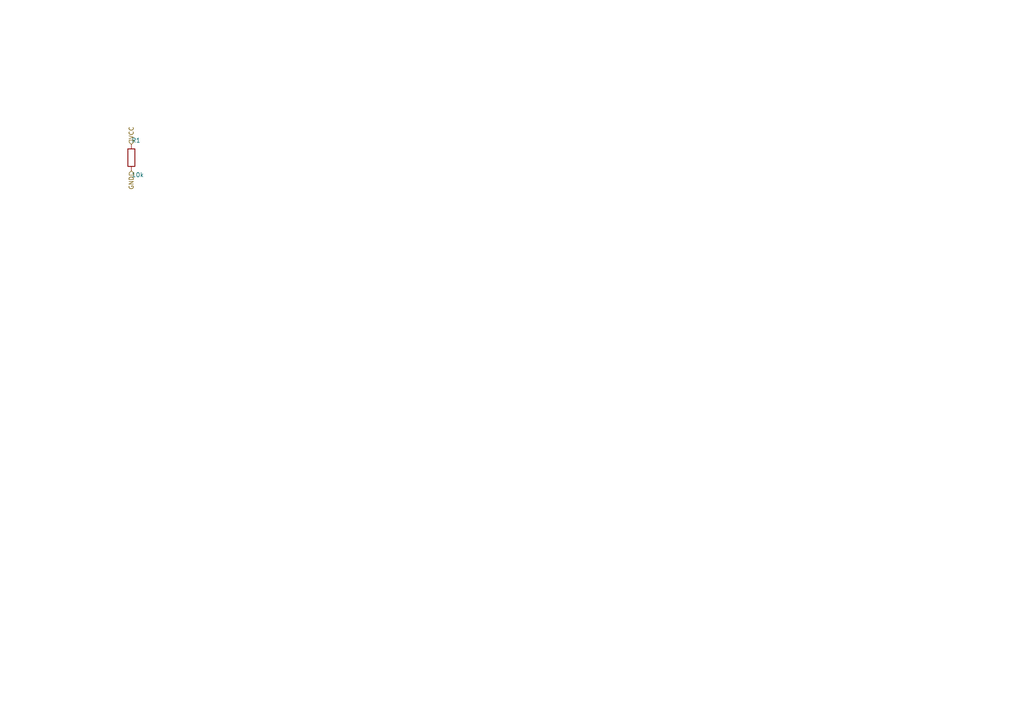
<source format=kicad_sch>
(kicad_sch (version 20250114) (generator "circuit_synth") (generator_version "9.0")
  (paper "A4")
  (lib_symbols
    (symbol "Device:R" (pin_numbers hide) (pin_names (offset 0))
      (property "Reference" "R" (at 0 0 0))
      (property "Value" "R" (at 0 0 0))
      (symbol "R_0_1"
        (rectangle (start -1.016 -2.54) (end 1.016 2.54) (stroke (width 0.254)))
      )
      (symbol "R_1_1"
        (pin passive line (at 0 3.81 270) (length 1.27) (name "~") (number "1"))
        (pin passive line (at 0 -3.81 90) (length 1.27) (name "~") (number "2"))
      )
    )
  )
  (symbol (lib_id "Device:R") (at 38.1 45.72 0) (unit 1)
    (property "Reference" "R1" (at 38.1 40.72 0) (effects (justify left)))
    (property "Value" "10k" (at 38.1 50.72 0) (effects (justify left)))
    (property "Footprint" "Resistor_SMD:R_0603_1608Metric" (effects (hide yes)))
  )
  (hierarchical_label "VCC" (shape input) (at 38.1 41.91 90))
  (hierarchical_label "GND" (shape input) (at 38.1 49.53 270))
)
</source>
